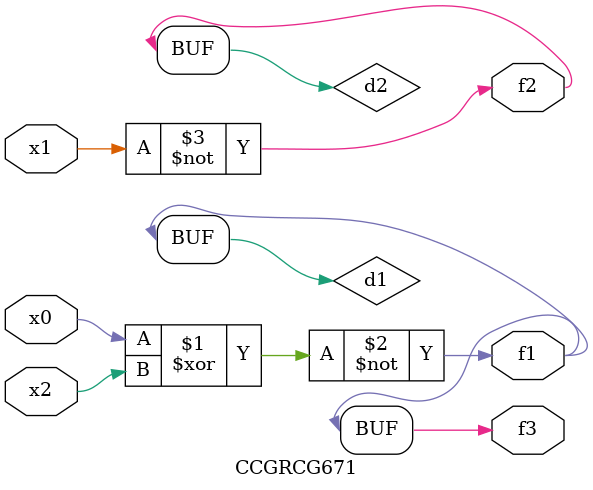
<source format=v>
module CCGRCG671(
	input x0, x1, x2,
	output f1, f2, f3
);

	wire d1, d2, d3;

	xnor (d1, x0, x2);
	nand (d2, x1);
	nor (d3, x1, x2);
	assign f1 = d1;
	assign f2 = d2;
	assign f3 = d1;
endmodule

</source>
